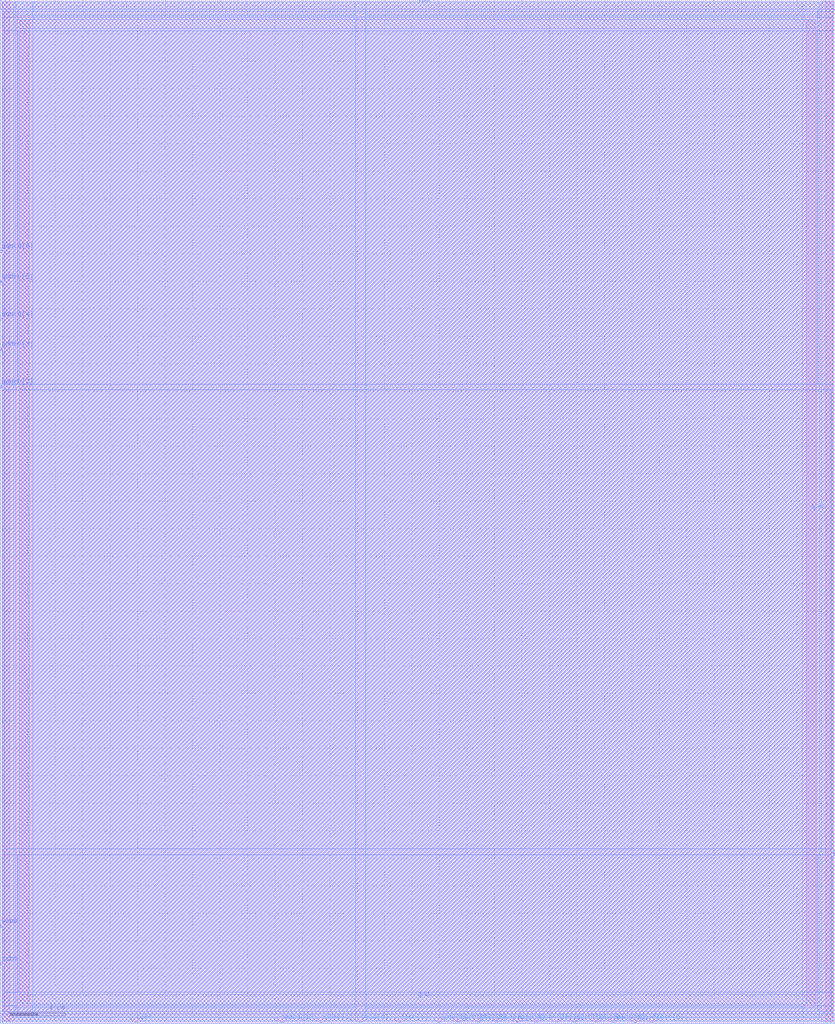
<source format=lef>
VERSION 5.4 ;
NAMESCASESENSITIVE ON ;
BUSBITCHARS "[]" ;
DIVIDERCHAR "/" ;
UNITS
  DATABASE MICRONS 2000 ;
END UNITS
MACRO freepdk45-spice-710-128x8
   CLASS BLOCK ;
   SIZE 60.805 BY 74.485 ;
   SYMMETRY X Y R90 ;
   PIN din0[0]
      DIRECTION INPUT ;
      PORT
         LAYER metal4 ;
         RECT  26.1675 0.0 26.3075 0.14 ;
      END
   END din0[0]
   PIN din0[1]
      DIRECTION INPUT ;
      PORT
         LAYER metal4 ;
         RECT  29.0275 0.0 29.1675 0.14 ;
      END
   END din0[1]
   PIN din0[2]
      DIRECTION INPUT ;
      PORT
         LAYER metal4 ;
         RECT  31.8875 0.0 32.0275 0.14 ;
      END
   END din0[2]
   PIN din0[3]
      DIRECTION INPUT ;
      PORT
         LAYER metal4 ;
         RECT  34.7475 0.0 34.8875 0.14 ;
      END
   END din0[3]
   PIN din0[4]
      DIRECTION INPUT ;
      PORT
         LAYER metal4 ;
         RECT  37.6075 0.0 37.7475 0.14 ;
      END
   END din0[4]
   PIN din0[5]
      DIRECTION INPUT ;
      PORT
         LAYER metal4 ;
         RECT  40.4675 0.0 40.6075 0.14 ;
      END
   END din0[5]
   PIN din0[6]
      DIRECTION INPUT ;
      PORT
         LAYER metal4 ;
         RECT  43.3275 0.0 43.4675 0.14 ;
      END
   END din0[6]
   PIN din0[7]
      DIRECTION INPUT ;
      PORT
         LAYER metal4 ;
         RECT  46.1875 0.0 46.3275 0.14 ;
      END
   END din0[7]
   PIN addr0[0]
      DIRECTION INPUT ;
      PORT
         LAYER metal4 ;
         RECT  20.4475 0.0 20.5875 0.14 ;
      END
   END addr0[0]
   PIN addr0[1]
      DIRECTION INPUT ;
      PORT
         LAYER metal4 ;
         RECT  23.3075 0.0 23.4475 0.14 ;
      END
   END addr0[1]
   PIN addr0[2]
      DIRECTION INPUT ;
      PORT
         LAYER metal3 ;
         RECT  0.0 46.24 0.14 46.38 ;
      END
   END addr0[2]
   PIN addr0[3]
      DIRECTION INPUT ;
      PORT
         LAYER metal3 ;
         RECT  0.0 48.97 0.14 49.11 ;
      END
   END addr0[3]
   PIN addr0[4]
      DIRECTION INPUT ;
      PORT
         LAYER metal3 ;
         RECT  0.0 51.18 0.14 51.32 ;
      END
   END addr0[4]
   PIN addr0[5]
      DIRECTION INPUT ;
      PORT
         LAYER metal3 ;
         RECT  0.0 53.91 0.14 54.05 ;
      END
   END addr0[5]
   PIN addr0[6]
      DIRECTION INPUT ;
      PORT
         LAYER metal3 ;
         RECT  0.0 56.12 0.14 56.26 ;
      END
   END addr0[6]
   PIN csb0
      DIRECTION INPUT ;
      PORT
         LAYER metal3 ;
         RECT  0.0 4.25 0.14 4.39 ;
      END
   END csb0
   PIN web0
      DIRECTION INPUT ;
      PORT
         LAYER metal3 ;
         RECT  0.0 6.98 0.14 7.12 ;
      END
   END web0
   PIN clk0
      DIRECTION INPUT ;
      PORT
         LAYER metal4 ;
         RECT  9.84 0.0 9.98 0.14 ;
      END
   END clk0
   PIN dout0[0]
      DIRECTION OUTPUT ;
      PORT
         LAYER metal4 ;
         RECT  33.2875 0.0 33.4275 0.14 ;
      END
   END dout0[0]
   PIN dout0[1]
      DIRECTION OUTPUT ;
      PORT
         LAYER metal4 ;
         RECT  36.1075 0.0 36.2475 0.14 ;
      END
   END dout0[1]
   PIN dout0[2]
      DIRECTION OUTPUT ;
      PORT
         LAYER metal4 ;
         RECT  38.9275 0.0 39.0675 0.14 ;
      END
   END dout0[2]
   PIN dout0[3]
      DIRECTION OUTPUT ;
      PORT
         LAYER metal4 ;
         RECT  41.7475 0.0 41.8875 0.14 ;
      END
   END dout0[3]
   PIN dout0[4]
      DIRECTION OUTPUT ;
      PORT
         LAYER metal4 ;
         RECT  44.5675 0.0 44.7075 0.14 ;
      END
   END dout0[4]
   PIN dout0[5]
      DIRECTION OUTPUT ;
      PORT
         LAYER metal4 ;
         RECT  47.3875 0.0 47.5275 0.14 ;
      END
   END dout0[5]
   PIN dout0[6]
      DIRECTION OUTPUT ;
      PORT
         LAYER metal3 ;
         RECT  60.665 12.4125 60.805 12.5525 ;
      END
   END dout0[6]
   PIN dout0[7]
      DIRECTION OUTPUT ;
      PORT
         LAYER metal3 ;
         RECT  60.665 12.1775 60.805 12.3175 ;
      END
   END dout0[7]
   PIN vdd
      DIRECTION INOUT ;
      USE POWER ; 
      SHAPE ABUTMENT ; 
      PORT
         LAYER metal3 ;
         RECT  0.0 0.0 60.805 0.7 ;
         LAYER metal4 ;
         RECT  0.0 0.0 0.7 74.485 ;
         LAYER metal3 ;
         RECT  0.0 73.785 60.805 74.485 ;
         LAYER metal4 ;
         RECT  60.105 0.0 60.805 74.485 ;
      END
   END vdd
   PIN gnd
      DIRECTION INOUT ;
      USE GROUND ; 
      SHAPE ABUTMENT ; 
      PORT
         LAYER metal4 ;
         RECT  1.4 1.4 2.1 73.085 ;
         LAYER metal4 ;
         RECT  58.705 1.4 59.405 73.085 ;
         LAYER metal3 ;
         RECT  1.4 72.385 59.405 73.085 ;
         LAYER metal3 ;
         RECT  1.4 1.4 59.405 2.1 ;
      END
   END gnd
   OBS
   LAYER  metal1 ;
      RECT  0.14 0.14 60.665 74.345 ;
   LAYER  metal2 ;
      RECT  0.14 0.14 60.665 74.345 ;
   LAYER  metal3 ;
      RECT  0.28 46.1 60.665 46.52 ;
      RECT  0.14 46.52 0.28 48.83 ;
      RECT  0.14 49.25 0.28 51.04 ;
      RECT  0.14 51.46 0.28 53.77 ;
      RECT  0.14 54.19 0.28 55.98 ;
      RECT  0.14 4.53 0.28 6.84 ;
      RECT  0.14 7.26 0.28 46.1 ;
      RECT  0.28 12.2725 60.525 12.6925 ;
      RECT  0.28 12.6925 60.525 46.1 ;
      RECT  60.525 12.6925 60.665 46.1 ;
      RECT  0.14 0.84 0.28 4.11 ;
      RECT  60.525 0.84 60.665 12.0375 ;
      RECT  0.14 56.4 0.28 73.645 ;
      RECT  0.28 46.52 1.26 72.245 ;
      RECT  0.28 72.245 1.26 73.225 ;
      RECT  0.28 73.225 1.26 73.645 ;
      RECT  1.26 46.52 59.545 72.245 ;
      RECT  1.26 73.225 59.545 73.645 ;
      RECT  59.545 46.52 60.665 72.245 ;
      RECT  59.545 72.245 60.665 73.225 ;
      RECT  59.545 73.225 60.665 73.645 ;
      RECT  0.28 0.84 1.26 1.26 ;
      RECT  0.28 1.26 1.26 2.24 ;
      RECT  0.28 2.24 1.26 12.2725 ;
      RECT  1.26 0.84 59.545 1.26 ;
      RECT  1.26 2.24 59.545 12.2725 ;
      RECT  59.545 0.84 60.525 1.26 ;
      RECT  59.545 1.26 60.525 2.24 ;
      RECT  59.545 2.24 60.525 12.2725 ;
   LAYER  metal4 ;
      RECT  25.8875 0.42 26.5875 74.345 ;
      RECT  26.5875 0.14 28.7475 0.42 ;
      RECT  29.4475 0.14 31.6075 0.42 ;
      RECT  20.8675 0.14 23.0275 0.42 ;
      RECT  23.7275 0.14 25.8875 0.42 ;
      RECT  10.26 0.14 20.1675 0.42 ;
      RECT  32.3075 0.14 33.0075 0.42 ;
      RECT  33.7075 0.14 34.4675 0.42 ;
      RECT  35.1675 0.14 35.8275 0.42 ;
      RECT  36.5275 0.14 37.3275 0.42 ;
      RECT  38.0275 0.14 38.6475 0.42 ;
      RECT  39.3475 0.14 40.1875 0.42 ;
      RECT  40.8875 0.14 41.4675 0.42 ;
      RECT  42.1675 0.14 43.0475 0.42 ;
      RECT  43.7475 0.14 44.2875 0.42 ;
      RECT  44.9875 0.14 45.9075 0.42 ;
      RECT  46.6075 0.14 47.1075 0.42 ;
      RECT  0.98 0.14 9.56 0.42 ;
      RECT  47.8075 0.14 59.825 0.42 ;
      RECT  0.98 0.42 1.12 1.12 ;
      RECT  0.98 1.12 1.12 73.365 ;
      RECT  0.98 73.365 1.12 74.345 ;
      RECT  1.12 0.42 2.38 1.12 ;
      RECT  1.12 73.365 2.38 74.345 ;
      RECT  2.38 0.42 25.8875 1.12 ;
      RECT  2.38 1.12 25.8875 73.365 ;
      RECT  2.38 73.365 25.8875 74.345 ;
      RECT  26.5875 0.42 58.425 1.12 ;
      RECT  26.5875 1.12 58.425 73.365 ;
      RECT  26.5875 73.365 58.425 74.345 ;
      RECT  58.425 0.42 59.685 1.12 ;
      RECT  58.425 73.365 59.685 74.345 ;
      RECT  59.685 0.42 59.825 1.12 ;
      RECT  59.685 1.12 59.825 73.365 ;
      RECT  59.685 73.365 59.825 74.345 ;
   END
END    freepdk45-spice-710-128x8
END    LIBRARY

</source>
